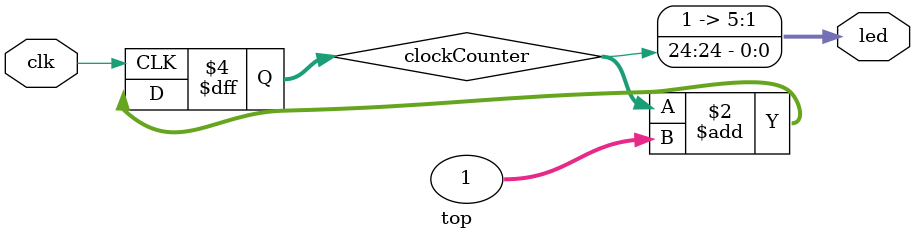
<source format=v>
/*
-Project: blinky
-Author: poge-st
-Created: 2024.03.26
-Board: Tang Nano 9k
-Description:
simple blinky design whih the help of a 32bit long counter
*/

module top (
    output [5:0] led,
    input clk
);

reg [31:0] clockCounter = 0; //32 bit counter


always @(posedge clk) begin
    clockCounter <= clockCounter + 1;
end

//assign led[0] = clockCounter[0];  // 2^24@27MHZ ~ 37n sec - for debugging 
//assign led[0] = clockCounter[22]; // 2^22@27MHZ ~ 0.15 sec
//assign led[0] = clockCounter[23]; // 2^23@27MHZ ~ 0.31 sec
assign led[0] = clockCounter[24];   // 2^24@27MHZ ~ 0.62 sec
assign led[5:1] = 5'b11111;         // led 5:1 - off 

endmodule
</source>
